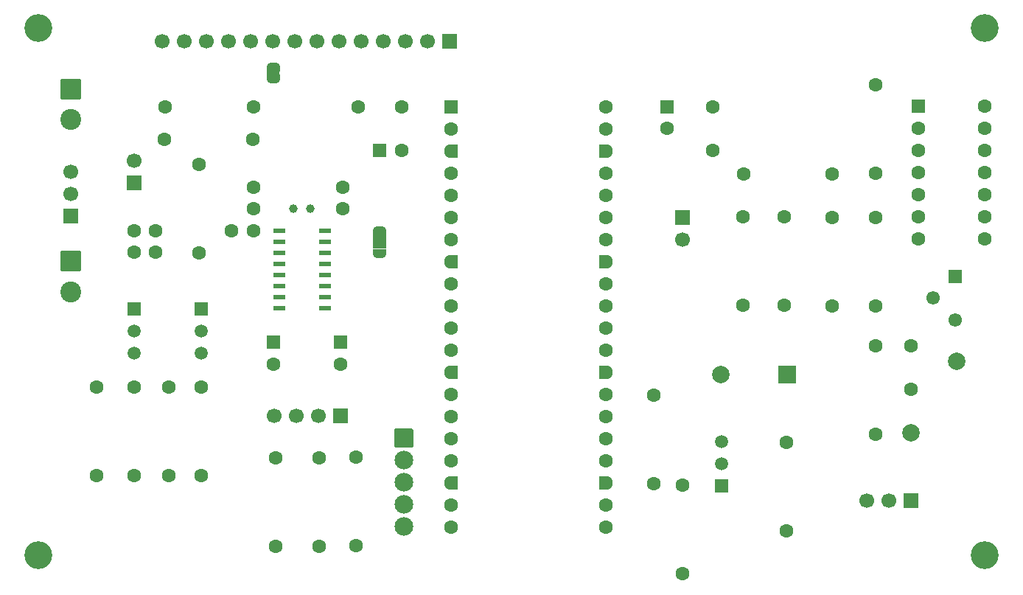
<source format=gbr>
%TF.GenerationSoftware,KiCad,Pcbnew,9.0.6*%
%TF.CreationDate,2026-01-05T16:45:39+01:00*%
%TF.ProjectId,pico-radio-9,7069636f-2d72-4616-9469-6f2d392e6b69,rev?*%
%TF.SameCoordinates,Original*%
%TF.FileFunction,Soldermask,Bot*%
%TF.FilePolarity,Negative*%
%FSLAX46Y46*%
G04 Gerber Fmt 4.6, Leading zero omitted, Abs format (unit mm)*
G04 Created by KiCad (PCBNEW 9.0.6) date 2026-01-05 16:45:39*
%MOMM*%
%LPD*%
G01*
G04 APERTURE LIST*
G04 Aperture macros list*
%AMRoundRect*
0 Rectangle with rounded corners*
0 $1 Rounding radius*
0 $2 $3 $4 $5 $6 $7 $8 $9 X,Y pos of 4 corners*
0 Add a 4 corners polygon primitive as box body*
4,1,4,$2,$3,$4,$5,$6,$7,$8,$9,$2,$3,0*
0 Add four circle primitives for the rounded corners*
1,1,$1+$1,$2,$3*
1,1,$1+$1,$4,$5*
1,1,$1+$1,$6,$7*
1,1,$1+$1,$8,$9*
0 Add four rect primitives between the rounded corners*
20,1,$1+$1,$2,$3,$4,$5,0*
20,1,$1+$1,$4,$5,$6,$7,0*
20,1,$1+$1,$6,$7,$8,$9,0*
20,1,$1+$1,$8,$9,$2,$3,0*%
%AMFreePoly0*
4,1,37,0.603843,0.796157,0.639018,0.796157,0.711114,0.766294,0.766294,0.711114,0.796157,0.639018,0.796157,0.603843,0.800000,0.600000,0.800000,-0.600000,0.796157,-0.603843,0.796157,-0.639018,0.766294,-0.711114,0.711114,-0.766294,0.639018,-0.796157,0.603843,-0.796157,0.600000,-0.800000,0.000000,-0.800000,0.000000,-0.796148,-0.078414,-0.796148,-0.232228,-0.765552,-0.377117,-0.705537,
-0.507515,-0.618408,-0.618408,-0.507515,-0.705537,-0.377117,-0.765552,-0.232228,-0.796148,-0.078414,-0.796148,0.078414,-0.765552,0.232228,-0.705537,0.377117,-0.618408,0.507515,-0.507515,0.618408,-0.377117,0.705537,-0.232228,0.765552,-0.078414,0.796148,0.000000,0.796148,0.000000,0.800000,0.600000,0.800000,0.603843,0.796157,0.603843,0.796157,$1*%
%AMFreePoly1*
4,1,37,0.000000,0.796148,0.078414,0.796148,0.232228,0.765552,0.377117,0.705537,0.507515,0.618408,0.618408,0.507515,0.705537,0.377117,0.765552,0.232228,0.796148,0.078414,0.796148,-0.078414,0.765552,-0.232228,0.705537,-0.377117,0.618408,-0.507515,0.507515,-0.618408,0.377117,-0.705537,0.232228,-0.765552,0.078414,-0.796148,0.000000,-0.796148,0.000000,-0.800000,-0.600000,-0.800000,
-0.603843,-0.796157,-0.639018,-0.796157,-0.711114,-0.766294,-0.766294,-0.711114,-0.796157,-0.639018,-0.796157,-0.603843,-0.800000,-0.600000,-0.800000,0.600000,-0.796157,0.603843,-0.796157,0.639018,-0.766294,0.711114,-0.711114,0.766294,-0.639018,0.796157,-0.603843,0.796157,-0.600000,0.800000,0.000000,0.800000,0.000000,0.796148,0.000000,0.796148,$1*%
%AMFreePoly2*
4,1,23,0.550000,-0.750000,0.000000,-0.750000,0.000000,-0.745722,-0.065263,-0.745722,-0.191342,-0.711940,-0.304381,-0.646677,-0.396677,-0.554381,-0.461940,-0.441342,-0.495722,-0.315263,-0.495722,-0.250000,-0.500000,-0.250000,-0.500000,0.250000,-0.495722,0.250000,-0.495722,0.315263,-0.461940,0.441342,-0.396677,0.554381,-0.304381,0.646677,-0.191342,0.711940,-0.065263,0.745722,0.000000,0.745722,
0.000000,0.750000,0.550000,0.750000,0.550000,-0.750000,0.550000,-0.750000,$1*%
%AMFreePoly3*
4,1,23,0.000000,0.745722,0.065263,0.745722,0.191342,0.711940,0.304381,0.646677,0.396677,0.554381,0.461940,0.441342,0.495722,0.315263,0.495722,0.250000,0.500000,0.250000,0.500000,-0.250000,0.495722,-0.250000,0.495722,-0.315263,0.461940,-0.441342,0.396677,-0.554381,0.304381,-0.646677,0.191342,-0.711940,0.065263,-0.745722,0.000000,-0.745722,0.000000,-0.750000,-0.550000,-0.750000,
-0.550000,0.750000,0.000000,0.750000,0.000000,0.745722,0.000000,0.745722,$1*%
%AMFreePoly4*
4,1,23,0.500000,-0.750000,0.000000,-0.750000,0.000000,-0.745722,-0.065263,-0.745722,-0.191342,-0.711940,-0.304381,-0.646677,-0.396677,-0.554381,-0.461940,-0.441342,-0.495722,-0.315263,-0.495722,-0.250000,-0.500000,-0.250000,-0.500000,0.250000,-0.495722,0.250000,-0.495722,0.315263,-0.461940,0.441342,-0.396677,0.554381,-0.304381,0.646677,-0.191342,0.711940,-0.065263,0.745722,0.000000,0.745722,
0.000000,0.750000,0.500000,0.750000,0.500000,-0.750000,0.500000,-0.750000,$1*%
%AMFreePoly5*
4,1,23,0.000000,0.745722,0.065263,0.745722,0.191342,0.711940,0.304381,0.646677,0.396677,0.554381,0.461940,0.441342,0.495722,0.315263,0.495722,0.250000,0.500000,0.250000,0.500000,-0.250000,0.495722,-0.250000,0.495722,-0.315263,0.461940,-0.441342,0.396677,-0.554381,0.304381,-0.646677,0.191342,-0.711940,0.065263,-0.745722,0.000000,-0.745722,0.000000,-0.750000,-0.500000,-0.750000,
-0.500000,0.750000,0.000000,0.750000,0.000000,0.745722,0.000000,0.745722,$1*%
G04 Aperture macros list end*
%ADD10C,1.600000*%
%ADD11C,3.200000*%
%ADD12R,1.700000X1.700000*%
%ADD13C,1.700000*%
%ADD14R,2.000000X2.000000*%
%ADD15C,2.000000*%
%ADD16R,1.500000X1.500000*%
%ADD17C,1.500000*%
%ADD18C,2.134400*%
%ADD19RoundRect,0.102000X0.965200X-0.965200X0.965200X0.965200X-0.965200X0.965200X-0.965200X-0.965200X0*%
%ADD20RoundRect,0.250000X-0.550000X-0.550000X0.550000X-0.550000X0.550000X0.550000X-0.550000X0.550000X0*%
%ADD21RoundRect,0.250000X-0.550000X0.550000X-0.550000X-0.550000X0.550000X-0.550000X0.550000X0.550000X0*%
%ADD22RoundRect,0.250001X-0.949999X0.949999X-0.949999X-0.949999X0.949999X-0.949999X0.949999X0.949999X0*%
%ADD23C,2.400000*%
%ADD24RoundRect,0.200000X-0.600000X-0.600000X0.600000X-0.600000X0.600000X0.600000X-0.600000X0.600000X0*%
%ADD25FreePoly0,0.000000*%
%ADD26FreePoly1,0.000000*%
%ADD27R,1.550000X1.550000*%
%ADD28C,1.550000*%
%ADD29C,1.000000*%
%ADD30FreePoly2,90.000000*%
%ADD31R,1.500000X1.000000*%
%ADD32FreePoly3,90.000000*%
%ADD33FreePoly4,270.000000*%
%ADD34FreePoly5,270.000000*%
%ADD35R,1.397000X0.558800*%
G04 APERTURE END LIST*
%TO.C,JP2*%
G36*
X85975000Y-54825000D02*
G01*
X84475000Y-54825000D01*
X84475000Y-53325000D01*
X85975000Y-53325000D01*
X85975000Y-54825000D01*
G37*
%TO.C,JP1*%
G36*
X72225000Y-34525000D02*
G01*
X73725000Y-34525000D01*
X73725000Y-34825000D01*
X72225000Y-34825000D01*
X72225000Y-34525000D01*
G37*
%TD*%
D10*
%TO.C,R4*%
X56975000Y-80935000D03*
X56975000Y-70775000D03*
%TD*%
D11*
%TO.C,H2*%
X154750000Y-90000000D03*
%TD*%
D10*
%TO.C,C7*%
X146225000Y-66025000D03*
X146225000Y-71025000D03*
%TD*%
D12*
%TO.C,J5*%
X146265000Y-83775000D03*
D13*
X143725000Y-83775000D03*
X141185000Y-83775000D03*
%TD*%
D14*
%TO.C,BZ1*%
X132025000Y-69275000D03*
D15*
X124425000Y-69275000D03*
%TD*%
D10*
%TO.C,R10*%
X127065000Y-46275000D03*
X137225000Y-46275000D03*
%TD*%
%TO.C,JP5*%
X119975000Y-92185000D03*
X119975000Y-82025000D03*
%TD*%
D16*
%TO.C,Q2*%
X56975000Y-61775000D03*
D17*
X56975000Y-64315000D03*
X56975000Y-66855000D03*
%TD*%
D10*
%TO.C,R11*%
X142225000Y-61435000D03*
X142225000Y-51275000D03*
%TD*%
%TO.C,JP3*%
X82475000Y-78775000D03*
X82475000Y-88935000D03*
%TD*%
D18*
%TO.C,U4*%
X87975000Y-86775000D03*
X87975000Y-84235000D03*
D19*
X87975000Y-76615000D03*
D18*
X87975000Y-81695000D03*
X87975000Y-79155000D03*
%TD*%
D10*
%TO.C,R3*%
X64725000Y-80935000D03*
X64725000Y-70775000D03*
%TD*%
D12*
%TO.C,J3*%
X49750000Y-51080000D03*
D13*
X49750000Y-48540000D03*
X49750000Y-46000000D03*
%TD*%
D15*
%TO.C,TP1*%
X146225000Y-76025000D03*
%TD*%
D10*
%TO.C,R14*%
X116725000Y-81855000D03*
X116725000Y-71695000D03*
%TD*%
D20*
%TO.C,C10*%
X85225000Y-43525000D03*
D10*
X87725000Y-43525000D03*
%TD*%
D12*
%TO.C,J4*%
X80725000Y-74025000D03*
D13*
X78185000Y-74025000D03*
X75645000Y-74025000D03*
X73105000Y-74025000D03*
%TD*%
D10*
%TO.C,C1*%
X59475000Y-55275000D03*
X56975000Y-55275000D03*
%TD*%
D21*
%TO.C,C5*%
X72975000Y-65569888D03*
D10*
X72975000Y-68069888D03*
%TD*%
D22*
%TO.C,J2*%
X49725000Y-56275000D03*
D23*
X49725000Y-59775000D03*
%TD*%
D10*
%TO.C,C8*%
X80975000Y-47775000D03*
X80975000Y-50275000D03*
%TD*%
D24*
%TO.C,A1*%
X93445000Y-38525000D03*
D10*
X93445000Y-41065000D03*
D25*
X93445000Y-43605000D03*
D10*
X93445000Y-46145000D03*
X93445000Y-48685000D03*
X93445000Y-51225000D03*
X93445000Y-53765000D03*
D25*
X93445000Y-56305000D03*
D10*
X93445000Y-58845000D03*
X93445000Y-61385000D03*
X93445000Y-63925000D03*
X93445000Y-66465000D03*
D25*
X93445000Y-69005000D03*
D10*
X93445000Y-71545000D03*
X93445000Y-74085000D03*
X93445000Y-76625000D03*
X93445000Y-79165000D03*
D25*
X93445000Y-81705000D03*
D10*
X93445000Y-84245000D03*
X93445000Y-86785000D03*
X111225000Y-86785000D03*
X111225000Y-84245000D03*
D26*
X111225000Y-81705000D03*
D10*
X111225000Y-79165000D03*
X111225000Y-76625000D03*
X111225000Y-74085000D03*
X111225000Y-71545000D03*
D26*
X111225000Y-69005000D03*
D10*
X111225000Y-66465000D03*
X111225000Y-63925000D03*
X111225000Y-61385000D03*
X111225000Y-58845000D03*
D26*
X111225000Y-56305000D03*
D10*
X111225000Y-53765000D03*
X111225000Y-51225000D03*
X111225000Y-48685000D03*
X111225000Y-46145000D03*
D26*
X111225000Y-43605000D03*
D10*
X111225000Y-41065000D03*
X111225000Y-38525000D03*
%TD*%
D21*
%TO.C,C4*%
X80725000Y-65569888D03*
D10*
X80725000Y-68069888D03*
%TD*%
D15*
%TO.C,TP2*%
X151475000Y-67775000D03*
%TD*%
D11*
%TO.C,H3*%
X46000000Y-29500000D03*
%TD*%
D10*
%TO.C,R8*%
X137225000Y-51275000D03*
X137225000Y-61435000D03*
%TD*%
%TO.C,C3*%
X70725000Y-52775000D03*
X68225000Y-52775000D03*
%TD*%
%TO.C,R6*%
X142225000Y-66025000D03*
X142225000Y-76185000D03*
%TD*%
D21*
%TO.C,C11*%
X118225000Y-38525000D03*
D10*
X118225000Y-41025000D03*
%TD*%
%TO.C,L3*%
X64475000Y-45195000D03*
X64475000Y-55355000D03*
%TD*%
%TO.C,R13*%
X126975000Y-61355000D03*
X126975000Y-51195000D03*
%TD*%
D20*
%TO.C,U3*%
X147105000Y-38485000D03*
D10*
X147105000Y-41025000D03*
X147105000Y-43565000D03*
X147105000Y-46105000D03*
X147105000Y-48645000D03*
X147105000Y-51185000D03*
X147105000Y-53725000D03*
X154725000Y-53725000D03*
X154725000Y-51185000D03*
X154725000Y-48645000D03*
X154725000Y-46105000D03*
X154725000Y-43565000D03*
X154725000Y-41025000D03*
X154725000Y-38485000D03*
%TD*%
%TO.C,R5*%
X78225000Y-89025000D03*
X78225000Y-78865000D03*
%TD*%
%TO.C,C6*%
X70725000Y-50275000D03*
X70725000Y-47775000D03*
%TD*%
%TO.C,C9*%
X87725000Y-38525000D03*
X82725000Y-38525000D03*
%TD*%
%TO.C,C2*%
X56975000Y-52775000D03*
X59475000Y-52775000D03*
%TD*%
D11*
%TO.C,H1*%
X46000000Y-90000000D03*
%TD*%
D10*
%TO.C,L1*%
X60475000Y-42275000D03*
X70635000Y-42275000D03*
%TD*%
%TO.C,C12*%
X123475000Y-38525000D03*
X123475000Y-43525000D03*
%TD*%
D27*
%TO.C,RV1*%
X151315000Y-58025000D03*
D28*
X148815000Y-60525000D03*
X151315000Y-63025000D03*
%TD*%
D16*
%TO.C,Q1*%
X64725000Y-61775000D03*
D17*
X64725000Y-64315000D03*
X64725000Y-66855000D03*
%TD*%
D12*
%TO.C,SW1*%
X119975000Y-51275000D03*
D13*
X119975000Y-53815000D03*
%TD*%
D10*
%TO.C,JP4*%
X131975000Y-87275000D03*
X131975000Y-77115000D03*
%TD*%
D22*
%TO.C,J1*%
X49750000Y-36500000D03*
D23*
X49750000Y-40000000D03*
%TD*%
D10*
%TO.C,R12*%
X131725000Y-51195000D03*
X131725000Y-61355000D03*
%TD*%
D29*
%TO.C,Y1*%
X77225000Y-50275000D03*
X75325000Y-50275000D03*
%TD*%
D12*
%TO.C,U2*%
X93225000Y-31025000D03*
D13*
X90685000Y-31025000D03*
X88145000Y-31025000D03*
X85605000Y-31025000D03*
X83065000Y-31025000D03*
X80525000Y-31025000D03*
X77985000Y-31025000D03*
X75445000Y-31025000D03*
X72905000Y-31025000D03*
X70365000Y-31025000D03*
X67825000Y-31025000D03*
X65285000Y-31025000D03*
X62745000Y-31025000D03*
X60205000Y-31025000D03*
%TD*%
D10*
%TO.C,R2*%
X52725000Y-80935000D03*
X52725000Y-70775000D03*
%TD*%
%TO.C,R7*%
X73225000Y-89025000D03*
X73225000Y-78865000D03*
%TD*%
D12*
%TO.C,L2*%
X56975000Y-47275000D03*
D13*
X56975000Y-44735000D03*
%TD*%
D10*
%TO.C,R1*%
X60975000Y-80855000D03*
X60975000Y-70695000D03*
%TD*%
%TO.C,L4*%
X70725000Y-38525000D03*
X60565000Y-38525000D03*
%TD*%
D11*
%TO.C,H4*%
X154750000Y-29500000D03*
%TD*%
D10*
%TO.C,R9*%
X142225000Y-46185000D03*
X142225000Y-36025000D03*
%TD*%
D16*
%TO.C,Q3*%
X124475000Y-82065000D03*
D17*
X124475000Y-79525000D03*
X124475000Y-76985000D03*
%TD*%
D30*
%TO.C,JP2*%
X85225000Y-55375000D03*
D31*
X85225000Y-54075000D03*
D32*
X85225000Y-52775000D03*
%TD*%
D33*
%TO.C,JP1*%
X72975000Y-34025000D03*
D34*
X72975000Y-35325000D03*
%TD*%
D35*
%TO.C,U1*%
X73666400Y-61645000D03*
X73666400Y-60375000D03*
X73666400Y-59105000D03*
X73666400Y-57835000D03*
X73666400Y-56565000D03*
X73666400Y-55295000D03*
X73666400Y-54025000D03*
X73666400Y-52755000D03*
X78975000Y-52755000D03*
X78975000Y-54025000D03*
X78975000Y-55295000D03*
X78975000Y-56565000D03*
X78975000Y-57835000D03*
X78975000Y-59105000D03*
X78975000Y-60375000D03*
X78975000Y-61645000D03*
%TD*%
M02*

</source>
